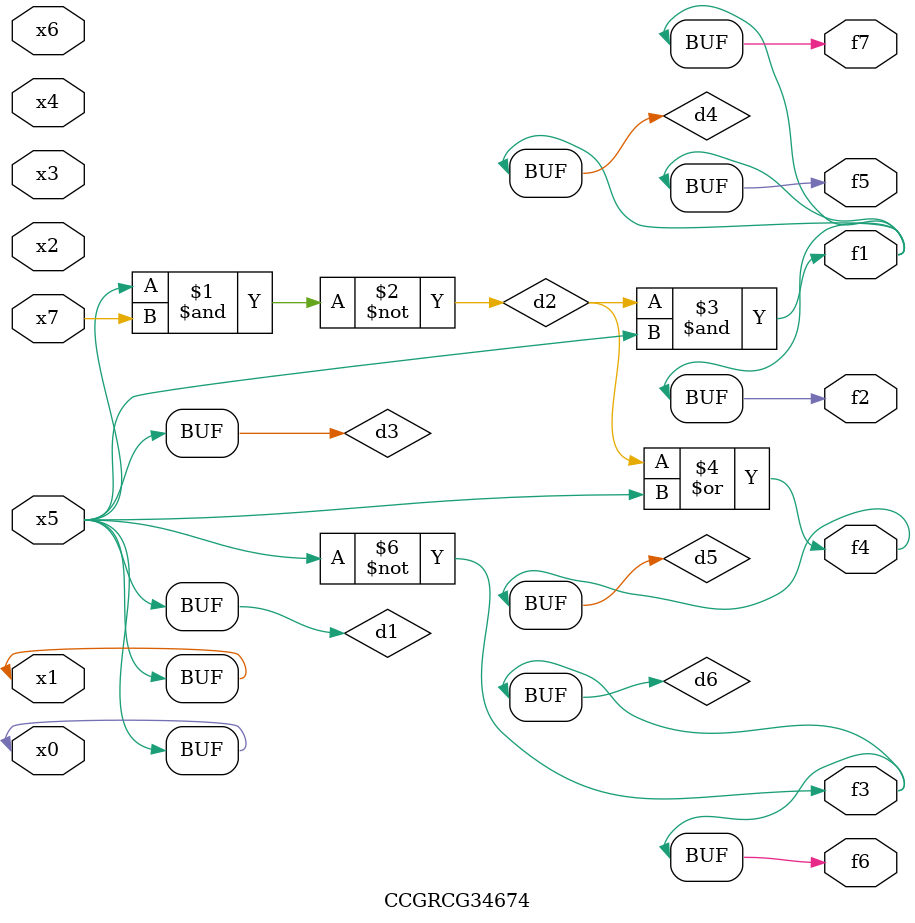
<source format=v>
module CCGRCG34674(
	input x0, x1, x2, x3, x4, x5, x6, x7,
	output f1, f2, f3, f4, f5, f6, f7
);

	wire d1, d2, d3, d4, d5, d6;

	buf (d1, x0, x5);
	nand (d2, x5, x7);
	buf (d3, x0, x1);
	and (d4, d2, d3);
	or (d5, d2, d3);
	nor (d6, d1, d3);
	assign f1 = d4;
	assign f2 = d4;
	assign f3 = d6;
	assign f4 = d5;
	assign f5 = d4;
	assign f6 = d6;
	assign f7 = d4;
endmodule

</source>
